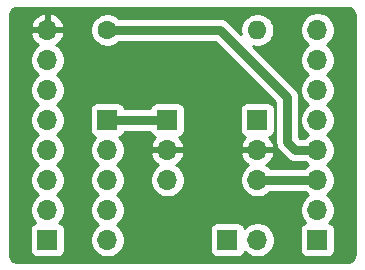
<source format=gbr>
%TF.GenerationSoftware,KiCad,Pcbnew,(5.1.10)-1*%
%TF.CreationDate,2021-09-04T16:11:19-06:00*%
%TF.ProjectId,UselessBox,5573656c-6573-4734-926f-782e6b696361,rev?*%
%TF.SameCoordinates,Original*%
%TF.FileFunction,Copper,L2,Bot*%
%TF.FilePolarity,Positive*%
%FSLAX46Y46*%
G04 Gerber Fmt 4.6, Leading zero omitted, Abs format (unit mm)*
G04 Created by KiCad (PCBNEW (5.1.10)-1) date 2021-09-04 16:11:19*
%MOMM*%
%LPD*%
G01*
G04 APERTURE LIST*
%TA.AperFunction,ComponentPad*%
%ADD10O,1.700000X1.700000*%
%TD*%
%TA.AperFunction,ComponentPad*%
%ADD11R,1.700000X1.700000*%
%TD*%
%TA.AperFunction,ComponentPad*%
%ADD12O,1.600000X1.600000*%
%TD*%
%TA.AperFunction,ComponentPad*%
%ADD13C,1.600000*%
%TD*%
%TA.AperFunction,Conductor*%
%ADD14C,0.762000*%
%TD*%
%TA.AperFunction,Conductor*%
%ADD15C,0.254000*%
%TD*%
%TA.AperFunction,Conductor*%
%ADD16C,0.100000*%
%TD*%
G04 APERTURE END LIST*
D10*
%TO.P,J6,5*%
%TO.N,/D6*%
X43180000Y-88900000D03*
%TO.P,J6,4*%
%TO.N,/D1*%
X43180000Y-86360000D03*
%TO.P,J6,3*%
%TO.N,/D2*%
X43180000Y-83820000D03*
%TO.P,J6,2*%
%TO.N,+3V3*%
X43180000Y-81280000D03*
D11*
%TO.P,J6,1*%
%TO.N,GND*%
X43180000Y-78740000D03*
%TD*%
D12*
%TO.P,R1,2*%
%TO.N,+3V3*%
X55880000Y-71120000D03*
D13*
%TO.P,R1,1*%
%TO.N,/D5*%
X43180000Y-71120000D03*
%TD*%
D10*
%TO.P,J5,8*%
%TO.N,+5V*%
X38100000Y-71120000D03*
%TO.P,J5,7*%
%TO.N,GND*%
X38100000Y-73660000D03*
%TO.P,J5,6*%
%TO.N,/D4*%
X38100000Y-76200000D03*
%TO.P,J5,5*%
%TO.N,/D3*%
X38100000Y-78740000D03*
%TO.P,J5,4*%
%TO.N,/D2*%
X38100000Y-81280000D03*
%TO.P,J5,3*%
%TO.N,/D1*%
X38100000Y-83820000D03*
%TO.P,J5,2*%
%TO.N,/RX*%
X38100000Y-86360000D03*
D11*
%TO.P,J5,1*%
%TO.N,/TX*%
X38100000Y-88900000D03*
%TD*%
D10*
%TO.P,J4,3*%
%TO.N,/D8*%
X48260000Y-83820000D03*
%TO.P,J4,2*%
%TO.N,+5V*%
X48260000Y-81280000D03*
D11*
%TO.P,J4,1*%
%TO.N,GND*%
X48260000Y-78740000D03*
%TD*%
D10*
%TO.P,J3,8*%
%TO.N,+3V3*%
X60960000Y-71120000D03*
%TO.P,J3,7*%
%TO.N,/D8*%
X60960000Y-73660000D03*
%TO.P,J3,6*%
%TO.N,/D7*%
X60960000Y-76200000D03*
%TO.P,J3,5*%
%TO.N,/D6*%
X60960000Y-78740000D03*
%TO.P,J3,4*%
%TO.N,/D5*%
X60960000Y-81280000D03*
%TO.P,J3,3*%
%TO.N,/D0*%
X60960000Y-83820000D03*
%TO.P,J3,2*%
%TO.N,/A0*%
X60960000Y-86360000D03*
D11*
%TO.P,J3,1*%
%TO.N,/RST*%
X60960000Y-88900000D03*
%TD*%
D10*
%TO.P,J2,3*%
%TO.N,/D0*%
X55880000Y-83820000D03*
%TO.P,J2,2*%
%TO.N,+5V*%
X55880000Y-81280000D03*
D11*
%TO.P,J2,1*%
%TO.N,GND*%
X55880000Y-78740000D03*
%TD*%
D10*
%TO.P,J1,2*%
%TO.N,/D5*%
X55880000Y-88900000D03*
D11*
%TO.P,J1,1*%
%TO.N,GND*%
X53340000Y-88900000D03*
%TD*%
D14*
%TO.N,/D5*%
X59055000Y-81280000D02*
X60960000Y-81280000D01*
X58420000Y-80645000D02*
X59055000Y-81280000D01*
X52705000Y-71120000D02*
X58420000Y-76835000D01*
X58420000Y-76835000D02*
X58420000Y-80645000D01*
X43180000Y-71120000D02*
X52705000Y-71120000D01*
%TO.N,GND*%
X43180000Y-78740000D02*
X48260000Y-78740000D01*
%TO.N,/D0*%
X55880000Y-83820000D02*
X60960000Y-83820000D01*
%TD*%
D15*
%TO.N,+5V*%
X63617869Y-69254722D02*
X63731246Y-69288953D01*
X63835819Y-69344555D01*
X63927596Y-69419407D01*
X64003091Y-69510664D01*
X64059419Y-69614844D01*
X64094440Y-69727976D01*
X64110000Y-69876022D01*
X64110001Y-90137711D01*
X64095278Y-90287869D01*
X64061047Y-90401246D01*
X64005446Y-90505817D01*
X63930594Y-90597595D01*
X63839335Y-90673091D01*
X63735160Y-90729419D01*
X63622024Y-90764440D01*
X63473979Y-90780000D01*
X35592279Y-90780000D01*
X35442131Y-90765278D01*
X35328754Y-90731047D01*
X35224183Y-90675446D01*
X35132405Y-90600594D01*
X35056909Y-90509335D01*
X35000581Y-90405160D01*
X34965560Y-90292024D01*
X34950000Y-90143979D01*
X34950000Y-88050000D01*
X36611928Y-88050000D01*
X36611928Y-89750000D01*
X36624188Y-89874482D01*
X36660498Y-89994180D01*
X36719463Y-90104494D01*
X36798815Y-90201185D01*
X36895506Y-90280537D01*
X37005820Y-90339502D01*
X37125518Y-90375812D01*
X37250000Y-90388072D01*
X38950000Y-90388072D01*
X39074482Y-90375812D01*
X39194180Y-90339502D01*
X39304494Y-90280537D01*
X39401185Y-90201185D01*
X39480537Y-90104494D01*
X39539502Y-89994180D01*
X39575812Y-89874482D01*
X39588072Y-89750000D01*
X39588072Y-88050000D01*
X39575812Y-87925518D01*
X39539502Y-87805820D01*
X39480537Y-87695506D01*
X39401185Y-87598815D01*
X39304494Y-87519463D01*
X39194180Y-87460498D01*
X39121620Y-87438487D01*
X39253475Y-87306632D01*
X39415990Y-87063411D01*
X39527932Y-86793158D01*
X39585000Y-86506260D01*
X39585000Y-86213740D01*
X39527932Y-85926842D01*
X39415990Y-85656589D01*
X39253475Y-85413368D01*
X39046632Y-85206525D01*
X38872240Y-85090000D01*
X39046632Y-84973475D01*
X39253475Y-84766632D01*
X39415990Y-84523411D01*
X39527932Y-84253158D01*
X39585000Y-83966260D01*
X39585000Y-83673740D01*
X39527932Y-83386842D01*
X39415990Y-83116589D01*
X39253475Y-82873368D01*
X39046632Y-82666525D01*
X38872240Y-82550000D01*
X39046632Y-82433475D01*
X39253475Y-82226632D01*
X39415990Y-81983411D01*
X39527932Y-81713158D01*
X39585000Y-81426260D01*
X39585000Y-81133740D01*
X39527932Y-80846842D01*
X39415990Y-80576589D01*
X39253475Y-80333368D01*
X39046632Y-80126525D01*
X38872240Y-80010000D01*
X39046632Y-79893475D01*
X39253475Y-79686632D01*
X39415990Y-79443411D01*
X39527932Y-79173158D01*
X39585000Y-78886260D01*
X39585000Y-78593740D01*
X39527932Y-78306842D01*
X39415990Y-78036589D01*
X39318043Y-77890000D01*
X41691928Y-77890000D01*
X41691928Y-79590000D01*
X41704188Y-79714482D01*
X41740498Y-79834180D01*
X41799463Y-79944494D01*
X41878815Y-80041185D01*
X41975506Y-80120537D01*
X42085820Y-80179502D01*
X42158380Y-80201513D01*
X42026525Y-80333368D01*
X41864010Y-80576589D01*
X41752068Y-80846842D01*
X41695000Y-81133740D01*
X41695000Y-81426260D01*
X41752068Y-81713158D01*
X41864010Y-81983411D01*
X42026525Y-82226632D01*
X42233368Y-82433475D01*
X42407760Y-82550000D01*
X42233368Y-82666525D01*
X42026525Y-82873368D01*
X41864010Y-83116589D01*
X41752068Y-83386842D01*
X41695000Y-83673740D01*
X41695000Y-83966260D01*
X41752068Y-84253158D01*
X41864010Y-84523411D01*
X42026525Y-84766632D01*
X42233368Y-84973475D01*
X42407760Y-85090000D01*
X42233368Y-85206525D01*
X42026525Y-85413368D01*
X41864010Y-85656589D01*
X41752068Y-85926842D01*
X41695000Y-86213740D01*
X41695000Y-86506260D01*
X41752068Y-86793158D01*
X41864010Y-87063411D01*
X42026525Y-87306632D01*
X42233368Y-87513475D01*
X42407760Y-87630000D01*
X42233368Y-87746525D01*
X42026525Y-87953368D01*
X41864010Y-88196589D01*
X41752068Y-88466842D01*
X41695000Y-88753740D01*
X41695000Y-89046260D01*
X41752068Y-89333158D01*
X41864010Y-89603411D01*
X42026525Y-89846632D01*
X42233368Y-90053475D01*
X42476589Y-90215990D01*
X42746842Y-90327932D01*
X43033740Y-90385000D01*
X43326260Y-90385000D01*
X43613158Y-90327932D01*
X43883411Y-90215990D01*
X44126632Y-90053475D01*
X44333475Y-89846632D01*
X44495990Y-89603411D01*
X44607932Y-89333158D01*
X44665000Y-89046260D01*
X44665000Y-88753740D01*
X44607932Y-88466842D01*
X44495990Y-88196589D01*
X44398043Y-88050000D01*
X51851928Y-88050000D01*
X51851928Y-89750000D01*
X51864188Y-89874482D01*
X51900498Y-89994180D01*
X51959463Y-90104494D01*
X52038815Y-90201185D01*
X52135506Y-90280537D01*
X52245820Y-90339502D01*
X52365518Y-90375812D01*
X52490000Y-90388072D01*
X54190000Y-90388072D01*
X54314482Y-90375812D01*
X54434180Y-90339502D01*
X54544494Y-90280537D01*
X54641185Y-90201185D01*
X54720537Y-90104494D01*
X54779502Y-89994180D01*
X54801513Y-89921620D01*
X54933368Y-90053475D01*
X55176589Y-90215990D01*
X55446842Y-90327932D01*
X55733740Y-90385000D01*
X56026260Y-90385000D01*
X56313158Y-90327932D01*
X56583411Y-90215990D01*
X56826632Y-90053475D01*
X57033475Y-89846632D01*
X57195990Y-89603411D01*
X57307932Y-89333158D01*
X57365000Y-89046260D01*
X57365000Y-88753740D01*
X57307932Y-88466842D01*
X57195990Y-88196589D01*
X57033475Y-87953368D01*
X56826632Y-87746525D01*
X56583411Y-87584010D01*
X56313158Y-87472068D01*
X56026260Y-87415000D01*
X55733740Y-87415000D01*
X55446842Y-87472068D01*
X55176589Y-87584010D01*
X54933368Y-87746525D01*
X54801513Y-87878380D01*
X54779502Y-87805820D01*
X54720537Y-87695506D01*
X54641185Y-87598815D01*
X54544494Y-87519463D01*
X54434180Y-87460498D01*
X54314482Y-87424188D01*
X54190000Y-87411928D01*
X52490000Y-87411928D01*
X52365518Y-87424188D01*
X52245820Y-87460498D01*
X52135506Y-87519463D01*
X52038815Y-87598815D01*
X51959463Y-87695506D01*
X51900498Y-87805820D01*
X51864188Y-87925518D01*
X51851928Y-88050000D01*
X44398043Y-88050000D01*
X44333475Y-87953368D01*
X44126632Y-87746525D01*
X43952240Y-87630000D01*
X44126632Y-87513475D01*
X44333475Y-87306632D01*
X44495990Y-87063411D01*
X44607932Y-86793158D01*
X44665000Y-86506260D01*
X44665000Y-86213740D01*
X44607932Y-85926842D01*
X44495990Y-85656589D01*
X44333475Y-85413368D01*
X44126632Y-85206525D01*
X43952240Y-85090000D01*
X44126632Y-84973475D01*
X44333475Y-84766632D01*
X44495990Y-84523411D01*
X44607932Y-84253158D01*
X44665000Y-83966260D01*
X44665000Y-83673740D01*
X46775000Y-83673740D01*
X46775000Y-83966260D01*
X46832068Y-84253158D01*
X46944010Y-84523411D01*
X47106525Y-84766632D01*
X47313368Y-84973475D01*
X47556589Y-85135990D01*
X47826842Y-85247932D01*
X48113740Y-85305000D01*
X48406260Y-85305000D01*
X48693158Y-85247932D01*
X48963411Y-85135990D01*
X49206632Y-84973475D01*
X49413475Y-84766632D01*
X49575990Y-84523411D01*
X49687932Y-84253158D01*
X49745000Y-83966260D01*
X49745000Y-83673740D01*
X49687932Y-83386842D01*
X49575990Y-83116589D01*
X49413475Y-82873368D01*
X49206632Y-82666525D01*
X49024466Y-82544805D01*
X49141355Y-82475178D01*
X49357588Y-82280269D01*
X49531641Y-82046920D01*
X49656825Y-81784099D01*
X49701476Y-81636890D01*
X49580155Y-81407000D01*
X48387000Y-81407000D01*
X48387000Y-81427000D01*
X48133000Y-81427000D01*
X48133000Y-81407000D01*
X46939845Y-81407000D01*
X46818524Y-81636890D01*
X46863175Y-81784099D01*
X46988359Y-82046920D01*
X47162412Y-82280269D01*
X47378645Y-82475178D01*
X47495534Y-82544805D01*
X47313368Y-82666525D01*
X47106525Y-82873368D01*
X46944010Y-83116589D01*
X46832068Y-83386842D01*
X46775000Y-83673740D01*
X44665000Y-83673740D01*
X44607932Y-83386842D01*
X44495990Y-83116589D01*
X44333475Y-82873368D01*
X44126632Y-82666525D01*
X43952240Y-82550000D01*
X44126632Y-82433475D01*
X44333475Y-82226632D01*
X44495990Y-81983411D01*
X44607932Y-81713158D01*
X44665000Y-81426260D01*
X44665000Y-81133740D01*
X44607932Y-80846842D01*
X44495990Y-80576589D01*
X44333475Y-80333368D01*
X44201620Y-80201513D01*
X44274180Y-80179502D01*
X44384494Y-80120537D01*
X44481185Y-80041185D01*
X44560537Y-79944494D01*
X44619502Y-79834180D01*
X44643218Y-79756000D01*
X46796782Y-79756000D01*
X46820498Y-79834180D01*
X46879463Y-79944494D01*
X46958815Y-80041185D01*
X47055506Y-80120537D01*
X47165820Y-80179502D01*
X47246466Y-80203966D01*
X47162412Y-80279731D01*
X46988359Y-80513080D01*
X46863175Y-80775901D01*
X46818524Y-80923110D01*
X46939845Y-81153000D01*
X48133000Y-81153000D01*
X48133000Y-81133000D01*
X48387000Y-81133000D01*
X48387000Y-81153000D01*
X49580155Y-81153000D01*
X49701476Y-80923110D01*
X49656825Y-80775901D01*
X49531641Y-80513080D01*
X49357588Y-80279731D01*
X49273534Y-80203966D01*
X49354180Y-80179502D01*
X49464494Y-80120537D01*
X49561185Y-80041185D01*
X49640537Y-79944494D01*
X49699502Y-79834180D01*
X49735812Y-79714482D01*
X49748072Y-79590000D01*
X49748072Y-77890000D01*
X54391928Y-77890000D01*
X54391928Y-79590000D01*
X54404188Y-79714482D01*
X54440498Y-79834180D01*
X54499463Y-79944494D01*
X54578815Y-80041185D01*
X54675506Y-80120537D01*
X54785820Y-80179502D01*
X54866466Y-80203966D01*
X54782412Y-80279731D01*
X54608359Y-80513080D01*
X54483175Y-80775901D01*
X54438524Y-80923110D01*
X54559845Y-81153000D01*
X55753000Y-81153000D01*
X55753000Y-81133000D01*
X56007000Y-81133000D01*
X56007000Y-81153000D01*
X57200155Y-81153000D01*
X57321476Y-80923110D01*
X57276825Y-80775901D01*
X57151641Y-80513080D01*
X56977588Y-80279731D01*
X56893534Y-80203966D01*
X56974180Y-80179502D01*
X57084494Y-80120537D01*
X57181185Y-80041185D01*
X57260537Y-79944494D01*
X57319502Y-79834180D01*
X57355812Y-79714482D01*
X57368072Y-79590000D01*
X57368072Y-77890000D01*
X57355812Y-77765518D01*
X57319502Y-77645820D01*
X57260537Y-77535506D01*
X57181185Y-77438815D01*
X57084494Y-77359463D01*
X56974180Y-77300498D01*
X56854482Y-77264188D01*
X56730000Y-77251928D01*
X55030000Y-77251928D01*
X54905518Y-77264188D01*
X54785820Y-77300498D01*
X54675506Y-77359463D01*
X54578815Y-77438815D01*
X54499463Y-77535506D01*
X54440498Y-77645820D01*
X54404188Y-77765518D01*
X54391928Y-77890000D01*
X49748072Y-77890000D01*
X49735812Y-77765518D01*
X49699502Y-77645820D01*
X49640537Y-77535506D01*
X49561185Y-77438815D01*
X49464494Y-77359463D01*
X49354180Y-77300498D01*
X49234482Y-77264188D01*
X49110000Y-77251928D01*
X47410000Y-77251928D01*
X47285518Y-77264188D01*
X47165820Y-77300498D01*
X47055506Y-77359463D01*
X46958815Y-77438815D01*
X46879463Y-77535506D01*
X46820498Y-77645820D01*
X46796782Y-77724000D01*
X44643218Y-77724000D01*
X44619502Y-77645820D01*
X44560537Y-77535506D01*
X44481185Y-77438815D01*
X44384494Y-77359463D01*
X44274180Y-77300498D01*
X44154482Y-77264188D01*
X44030000Y-77251928D01*
X42330000Y-77251928D01*
X42205518Y-77264188D01*
X42085820Y-77300498D01*
X41975506Y-77359463D01*
X41878815Y-77438815D01*
X41799463Y-77535506D01*
X41740498Y-77645820D01*
X41704188Y-77765518D01*
X41691928Y-77890000D01*
X39318043Y-77890000D01*
X39253475Y-77793368D01*
X39046632Y-77586525D01*
X38872240Y-77470000D01*
X39046632Y-77353475D01*
X39253475Y-77146632D01*
X39415990Y-76903411D01*
X39527932Y-76633158D01*
X39585000Y-76346260D01*
X39585000Y-76053740D01*
X39527932Y-75766842D01*
X39415990Y-75496589D01*
X39253475Y-75253368D01*
X39046632Y-75046525D01*
X38872240Y-74930000D01*
X39046632Y-74813475D01*
X39253475Y-74606632D01*
X39415990Y-74363411D01*
X39527932Y-74093158D01*
X39585000Y-73806260D01*
X39585000Y-73513740D01*
X39527932Y-73226842D01*
X39415990Y-72956589D01*
X39253475Y-72713368D01*
X39046632Y-72506525D01*
X38864466Y-72384805D01*
X38981355Y-72315178D01*
X39197588Y-72120269D01*
X39371641Y-71886920D01*
X39496825Y-71624099D01*
X39541476Y-71476890D01*
X39420155Y-71247000D01*
X38227000Y-71247000D01*
X38227000Y-71267000D01*
X37973000Y-71267000D01*
X37973000Y-71247000D01*
X36779845Y-71247000D01*
X36658524Y-71476890D01*
X36703175Y-71624099D01*
X36828359Y-71886920D01*
X37002412Y-72120269D01*
X37218645Y-72315178D01*
X37335534Y-72384805D01*
X37153368Y-72506525D01*
X36946525Y-72713368D01*
X36784010Y-72956589D01*
X36672068Y-73226842D01*
X36615000Y-73513740D01*
X36615000Y-73806260D01*
X36672068Y-74093158D01*
X36784010Y-74363411D01*
X36946525Y-74606632D01*
X37153368Y-74813475D01*
X37327760Y-74930000D01*
X37153368Y-75046525D01*
X36946525Y-75253368D01*
X36784010Y-75496589D01*
X36672068Y-75766842D01*
X36615000Y-76053740D01*
X36615000Y-76346260D01*
X36672068Y-76633158D01*
X36784010Y-76903411D01*
X36946525Y-77146632D01*
X37153368Y-77353475D01*
X37327760Y-77470000D01*
X37153368Y-77586525D01*
X36946525Y-77793368D01*
X36784010Y-78036589D01*
X36672068Y-78306842D01*
X36615000Y-78593740D01*
X36615000Y-78886260D01*
X36672068Y-79173158D01*
X36784010Y-79443411D01*
X36946525Y-79686632D01*
X37153368Y-79893475D01*
X37327760Y-80010000D01*
X37153368Y-80126525D01*
X36946525Y-80333368D01*
X36784010Y-80576589D01*
X36672068Y-80846842D01*
X36615000Y-81133740D01*
X36615000Y-81426260D01*
X36672068Y-81713158D01*
X36784010Y-81983411D01*
X36946525Y-82226632D01*
X37153368Y-82433475D01*
X37327760Y-82550000D01*
X37153368Y-82666525D01*
X36946525Y-82873368D01*
X36784010Y-83116589D01*
X36672068Y-83386842D01*
X36615000Y-83673740D01*
X36615000Y-83966260D01*
X36672068Y-84253158D01*
X36784010Y-84523411D01*
X36946525Y-84766632D01*
X37153368Y-84973475D01*
X37327760Y-85090000D01*
X37153368Y-85206525D01*
X36946525Y-85413368D01*
X36784010Y-85656589D01*
X36672068Y-85926842D01*
X36615000Y-86213740D01*
X36615000Y-86506260D01*
X36672068Y-86793158D01*
X36784010Y-87063411D01*
X36946525Y-87306632D01*
X37078380Y-87438487D01*
X37005820Y-87460498D01*
X36895506Y-87519463D01*
X36798815Y-87598815D01*
X36719463Y-87695506D01*
X36660498Y-87805820D01*
X36624188Y-87925518D01*
X36611928Y-88050000D01*
X34950000Y-88050000D01*
X34950000Y-70763110D01*
X36658524Y-70763110D01*
X36779845Y-70993000D01*
X37973000Y-70993000D01*
X37973000Y-69799186D01*
X38227000Y-69799186D01*
X38227000Y-70993000D01*
X39420155Y-70993000D01*
X39427720Y-70978665D01*
X41745000Y-70978665D01*
X41745000Y-71261335D01*
X41800147Y-71538574D01*
X41908320Y-71799727D01*
X42065363Y-72034759D01*
X42265241Y-72234637D01*
X42500273Y-72391680D01*
X42761426Y-72499853D01*
X43038665Y-72555000D01*
X43321335Y-72555000D01*
X43598574Y-72499853D01*
X43859727Y-72391680D01*
X44094759Y-72234637D01*
X44193396Y-72136000D01*
X52284160Y-72136000D01*
X57404000Y-77255841D01*
X57404001Y-80595088D01*
X57399085Y-80645000D01*
X57418702Y-80844170D01*
X57442649Y-80923110D01*
X57476799Y-81035687D01*
X57571141Y-81212190D01*
X57698105Y-81366896D01*
X57736868Y-81398708D01*
X58301287Y-81963127D01*
X58333104Y-82001896D01*
X58487810Y-82128860D01*
X58664313Y-82223202D01*
X58855829Y-82281298D01*
X59055000Y-82300915D01*
X59104902Y-82296000D01*
X59875893Y-82296000D01*
X60013368Y-82433475D01*
X60187760Y-82550000D01*
X60013368Y-82666525D01*
X59875893Y-82804000D01*
X56964107Y-82804000D01*
X56826632Y-82666525D01*
X56644466Y-82544805D01*
X56761355Y-82475178D01*
X56977588Y-82280269D01*
X57151641Y-82046920D01*
X57276825Y-81784099D01*
X57321476Y-81636890D01*
X57200155Y-81407000D01*
X56007000Y-81407000D01*
X56007000Y-81427000D01*
X55753000Y-81427000D01*
X55753000Y-81407000D01*
X54559845Y-81407000D01*
X54438524Y-81636890D01*
X54483175Y-81784099D01*
X54608359Y-82046920D01*
X54782412Y-82280269D01*
X54998645Y-82475178D01*
X55115534Y-82544805D01*
X54933368Y-82666525D01*
X54726525Y-82873368D01*
X54564010Y-83116589D01*
X54452068Y-83386842D01*
X54395000Y-83673740D01*
X54395000Y-83966260D01*
X54452068Y-84253158D01*
X54564010Y-84523411D01*
X54726525Y-84766632D01*
X54933368Y-84973475D01*
X55176589Y-85135990D01*
X55446842Y-85247932D01*
X55733740Y-85305000D01*
X56026260Y-85305000D01*
X56313158Y-85247932D01*
X56583411Y-85135990D01*
X56826632Y-84973475D01*
X56964107Y-84836000D01*
X59875893Y-84836000D01*
X60013368Y-84973475D01*
X60187760Y-85090000D01*
X60013368Y-85206525D01*
X59806525Y-85413368D01*
X59644010Y-85656589D01*
X59532068Y-85926842D01*
X59475000Y-86213740D01*
X59475000Y-86506260D01*
X59532068Y-86793158D01*
X59644010Y-87063411D01*
X59806525Y-87306632D01*
X59938380Y-87438487D01*
X59865820Y-87460498D01*
X59755506Y-87519463D01*
X59658815Y-87598815D01*
X59579463Y-87695506D01*
X59520498Y-87805820D01*
X59484188Y-87925518D01*
X59471928Y-88050000D01*
X59471928Y-89750000D01*
X59484188Y-89874482D01*
X59520498Y-89994180D01*
X59579463Y-90104494D01*
X59658815Y-90201185D01*
X59755506Y-90280537D01*
X59865820Y-90339502D01*
X59985518Y-90375812D01*
X60110000Y-90388072D01*
X61810000Y-90388072D01*
X61934482Y-90375812D01*
X62054180Y-90339502D01*
X62164494Y-90280537D01*
X62261185Y-90201185D01*
X62340537Y-90104494D01*
X62399502Y-89994180D01*
X62435812Y-89874482D01*
X62448072Y-89750000D01*
X62448072Y-88050000D01*
X62435812Y-87925518D01*
X62399502Y-87805820D01*
X62340537Y-87695506D01*
X62261185Y-87598815D01*
X62164494Y-87519463D01*
X62054180Y-87460498D01*
X61981620Y-87438487D01*
X62113475Y-87306632D01*
X62275990Y-87063411D01*
X62387932Y-86793158D01*
X62445000Y-86506260D01*
X62445000Y-86213740D01*
X62387932Y-85926842D01*
X62275990Y-85656589D01*
X62113475Y-85413368D01*
X61906632Y-85206525D01*
X61732240Y-85090000D01*
X61906632Y-84973475D01*
X62113475Y-84766632D01*
X62275990Y-84523411D01*
X62387932Y-84253158D01*
X62445000Y-83966260D01*
X62445000Y-83673740D01*
X62387932Y-83386842D01*
X62275990Y-83116589D01*
X62113475Y-82873368D01*
X61906632Y-82666525D01*
X61732240Y-82550000D01*
X61906632Y-82433475D01*
X62113475Y-82226632D01*
X62275990Y-81983411D01*
X62387932Y-81713158D01*
X62445000Y-81426260D01*
X62445000Y-81133740D01*
X62387932Y-80846842D01*
X62275990Y-80576589D01*
X62113475Y-80333368D01*
X61906632Y-80126525D01*
X61732240Y-80010000D01*
X61906632Y-79893475D01*
X62113475Y-79686632D01*
X62275990Y-79443411D01*
X62387932Y-79173158D01*
X62445000Y-78886260D01*
X62445000Y-78593740D01*
X62387932Y-78306842D01*
X62275990Y-78036589D01*
X62113475Y-77793368D01*
X61906632Y-77586525D01*
X61732240Y-77470000D01*
X61906632Y-77353475D01*
X62113475Y-77146632D01*
X62275990Y-76903411D01*
X62387932Y-76633158D01*
X62445000Y-76346260D01*
X62445000Y-76053740D01*
X62387932Y-75766842D01*
X62275990Y-75496589D01*
X62113475Y-75253368D01*
X61906632Y-75046525D01*
X61732240Y-74930000D01*
X61906632Y-74813475D01*
X62113475Y-74606632D01*
X62275990Y-74363411D01*
X62387932Y-74093158D01*
X62445000Y-73806260D01*
X62445000Y-73513740D01*
X62387932Y-73226842D01*
X62275990Y-72956589D01*
X62113475Y-72713368D01*
X61906632Y-72506525D01*
X61732240Y-72390000D01*
X61906632Y-72273475D01*
X62113475Y-72066632D01*
X62275990Y-71823411D01*
X62387932Y-71553158D01*
X62445000Y-71266260D01*
X62445000Y-70973740D01*
X62387932Y-70686842D01*
X62275990Y-70416589D01*
X62113475Y-70173368D01*
X61906632Y-69966525D01*
X61663411Y-69804010D01*
X61393158Y-69692068D01*
X61106260Y-69635000D01*
X60813740Y-69635000D01*
X60526842Y-69692068D01*
X60256589Y-69804010D01*
X60013368Y-69966525D01*
X59806525Y-70173368D01*
X59644010Y-70416589D01*
X59532068Y-70686842D01*
X59475000Y-70973740D01*
X59475000Y-71266260D01*
X59532068Y-71553158D01*
X59644010Y-71823411D01*
X59806525Y-72066632D01*
X60013368Y-72273475D01*
X60187760Y-72390000D01*
X60013368Y-72506525D01*
X59806525Y-72713368D01*
X59644010Y-72956589D01*
X59532068Y-73226842D01*
X59475000Y-73513740D01*
X59475000Y-73806260D01*
X59532068Y-74093158D01*
X59644010Y-74363411D01*
X59806525Y-74606632D01*
X60013368Y-74813475D01*
X60187760Y-74930000D01*
X60013368Y-75046525D01*
X59806525Y-75253368D01*
X59644010Y-75496589D01*
X59532068Y-75766842D01*
X59475000Y-76053740D01*
X59475000Y-76346260D01*
X59532068Y-76633158D01*
X59644010Y-76903411D01*
X59806525Y-77146632D01*
X60013368Y-77353475D01*
X60187760Y-77470000D01*
X60013368Y-77586525D01*
X59806525Y-77793368D01*
X59644010Y-78036589D01*
X59532068Y-78306842D01*
X59475000Y-78593740D01*
X59475000Y-78886260D01*
X59532068Y-79173158D01*
X59644010Y-79443411D01*
X59806525Y-79686632D01*
X60013368Y-79893475D01*
X60187760Y-80010000D01*
X60013368Y-80126525D01*
X59875893Y-80264000D01*
X59475840Y-80264000D01*
X59436000Y-80224160D01*
X59436000Y-76884902D01*
X59440915Y-76835000D01*
X59421298Y-76635829D01*
X59363202Y-76444313D01*
X59268860Y-76267810D01*
X59173706Y-76151865D01*
X59141896Y-76113104D01*
X59103133Y-76081292D01*
X55536658Y-72514818D01*
X55738665Y-72555000D01*
X56021335Y-72555000D01*
X56298574Y-72499853D01*
X56559727Y-72391680D01*
X56794759Y-72234637D01*
X56994637Y-72034759D01*
X57151680Y-71799727D01*
X57259853Y-71538574D01*
X57315000Y-71261335D01*
X57315000Y-70978665D01*
X57259853Y-70701426D01*
X57151680Y-70440273D01*
X56994637Y-70205241D01*
X56794759Y-70005363D01*
X56559727Y-69848320D01*
X56298574Y-69740147D01*
X56021335Y-69685000D01*
X55738665Y-69685000D01*
X55461426Y-69740147D01*
X55200273Y-69848320D01*
X54965241Y-70005363D01*
X54765363Y-70205241D01*
X54608320Y-70440273D01*
X54500147Y-70701426D01*
X54445000Y-70978665D01*
X54445000Y-71261335D01*
X54485182Y-71463342D01*
X53458712Y-70436872D01*
X53426896Y-70398104D01*
X53272190Y-70271140D01*
X53095687Y-70176798D01*
X52904171Y-70118702D01*
X52754902Y-70104000D01*
X52705000Y-70099085D01*
X52655098Y-70104000D01*
X44193396Y-70104000D01*
X44094759Y-70005363D01*
X43859727Y-69848320D01*
X43598574Y-69740147D01*
X43321335Y-69685000D01*
X43038665Y-69685000D01*
X42761426Y-69740147D01*
X42500273Y-69848320D01*
X42265241Y-70005363D01*
X42065363Y-70205241D01*
X41908320Y-70440273D01*
X41800147Y-70701426D01*
X41745000Y-70978665D01*
X39427720Y-70978665D01*
X39541476Y-70763110D01*
X39496825Y-70615901D01*
X39371641Y-70353080D01*
X39197588Y-70119731D01*
X38981355Y-69924822D01*
X38731252Y-69775843D01*
X38456891Y-69678519D01*
X38227000Y-69799186D01*
X37973000Y-69799186D01*
X37743109Y-69678519D01*
X37468748Y-69775843D01*
X37218645Y-69924822D01*
X37002412Y-70119731D01*
X36828359Y-70353080D01*
X36703175Y-70615901D01*
X36658524Y-70763110D01*
X34950000Y-70763110D01*
X34950000Y-69882279D01*
X34964722Y-69732131D01*
X34998953Y-69618754D01*
X35054555Y-69514181D01*
X35129407Y-69422404D01*
X35220664Y-69346909D01*
X35324844Y-69290581D01*
X35437976Y-69255560D01*
X35586022Y-69240000D01*
X63467721Y-69240000D01*
X63617869Y-69254722D01*
%TA.AperFunction,Conductor*%
D16*
G36*
X63617869Y-69254722D02*
G01*
X63731246Y-69288953D01*
X63835819Y-69344555D01*
X63927596Y-69419407D01*
X64003091Y-69510664D01*
X64059419Y-69614844D01*
X64094440Y-69727976D01*
X64110000Y-69876022D01*
X64110001Y-90137711D01*
X64095278Y-90287869D01*
X64061047Y-90401246D01*
X64005446Y-90505817D01*
X63930594Y-90597595D01*
X63839335Y-90673091D01*
X63735160Y-90729419D01*
X63622024Y-90764440D01*
X63473979Y-90780000D01*
X35592279Y-90780000D01*
X35442131Y-90765278D01*
X35328754Y-90731047D01*
X35224183Y-90675446D01*
X35132405Y-90600594D01*
X35056909Y-90509335D01*
X35000581Y-90405160D01*
X34965560Y-90292024D01*
X34950000Y-90143979D01*
X34950000Y-88050000D01*
X36611928Y-88050000D01*
X36611928Y-89750000D01*
X36624188Y-89874482D01*
X36660498Y-89994180D01*
X36719463Y-90104494D01*
X36798815Y-90201185D01*
X36895506Y-90280537D01*
X37005820Y-90339502D01*
X37125518Y-90375812D01*
X37250000Y-90388072D01*
X38950000Y-90388072D01*
X39074482Y-90375812D01*
X39194180Y-90339502D01*
X39304494Y-90280537D01*
X39401185Y-90201185D01*
X39480537Y-90104494D01*
X39539502Y-89994180D01*
X39575812Y-89874482D01*
X39588072Y-89750000D01*
X39588072Y-88050000D01*
X39575812Y-87925518D01*
X39539502Y-87805820D01*
X39480537Y-87695506D01*
X39401185Y-87598815D01*
X39304494Y-87519463D01*
X39194180Y-87460498D01*
X39121620Y-87438487D01*
X39253475Y-87306632D01*
X39415990Y-87063411D01*
X39527932Y-86793158D01*
X39585000Y-86506260D01*
X39585000Y-86213740D01*
X39527932Y-85926842D01*
X39415990Y-85656589D01*
X39253475Y-85413368D01*
X39046632Y-85206525D01*
X38872240Y-85090000D01*
X39046632Y-84973475D01*
X39253475Y-84766632D01*
X39415990Y-84523411D01*
X39527932Y-84253158D01*
X39585000Y-83966260D01*
X39585000Y-83673740D01*
X39527932Y-83386842D01*
X39415990Y-83116589D01*
X39253475Y-82873368D01*
X39046632Y-82666525D01*
X38872240Y-82550000D01*
X39046632Y-82433475D01*
X39253475Y-82226632D01*
X39415990Y-81983411D01*
X39527932Y-81713158D01*
X39585000Y-81426260D01*
X39585000Y-81133740D01*
X39527932Y-80846842D01*
X39415990Y-80576589D01*
X39253475Y-80333368D01*
X39046632Y-80126525D01*
X38872240Y-80010000D01*
X39046632Y-79893475D01*
X39253475Y-79686632D01*
X39415990Y-79443411D01*
X39527932Y-79173158D01*
X39585000Y-78886260D01*
X39585000Y-78593740D01*
X39527932Y-78306842D01*
X39415990Y-78036589D01*
X39318043Y-77890000D01*
X41691928Y-77890000D01*
X41691928Y-79590000D01*
X41704188Y-79714482D01*
X41740498Y-79834180D01*
X41799463Y-79944494D01*
X41878815Y-80041185D01*
X41975506Y-80120537D01*
X42085820Y-80179502D01*
X42158380Y-80201513D01*
X42026525Y-80333368D01*
X41864010Y-80576589D01*
X41752068Y-80846842D01*
X41695000Y-81133740D01*
X41695000Y-81426260D01*
X41752068Y-81713158D01*
X41864010Y-81983411D01*
X42026525Y-82226632D01*
X42233368Y-82433475D01*
X42407760Y-82550000D01*
X42233368Y-82666525D01*
X42026525Y-82873368D01*
X41864010Y-83116589D01*
X41752068Y-83386842D01*
X41695000Y-83673740D01*
X41695000Y-83966260D01*
X41752068Y-84253158D01*
X41864010Y-84523411D01*
X42026525Y-84766632D01*
X42233368Y-84973475D01*
X42407760Y-85090000D01*
X42233368Y-85206525D01*
X42026525Y-85413368D01*
X41864010Y-85656589D01*
X41752068Y-85926842D01*
X41695000Y-86213740D01*
X41695000Y-86506260D01*
X41752068Y-86793158D01*
X41864010Y-87063411D01*
X42026525Y-87306632D01*
X42233368Y-87513475D01*
X42407760Y-87630000D01*
X42233368Y-87746525D01*
X42026525Y-87953368D01*
X41864010Y-88196589D01*
X41752068Y-88466842D01*
X41695000Y-88753740D01*
X41695000Y-89046260D01*
X41752068Y-89333158D01*
X41864010Y-89603411D01*
X42026525Y-89846632D01*
X42233368Y-90053475D01*
X42476589Y-90215990D01*
X42746842Y-90327932D01*
X43033740Y-90385000D01*
X43326260Y-90385000D01*
X43613158Y-90327932D01*
X43883411Y-90215990D01*
X44126632Y-90053475D01*
X44333475Y-89846632D01*
X44495990Y-89603411D01*
X44607932Y-89333158D01*
X44665000Y-89046260D01*
X44665000Y-88753740D01*
X44607932Y-88466842D01*
X44495990Y-88196589D01*
X44398043Y-88050000D01*
X51851928Y-88050000D01*
X51851928Y-89750000D01*
X51864188Y-89874482D01*
X51900498Y-89994180D01*
X51959463Y-90104494D01*
X52038815Y-90201185D01*
X52135506Y-90280537D01*
X52245820Y-90339502D01*
X52365518Y-90375812D01*
X52490000Y-90388072D01*
X54190000Y-90388072D01*
X54314482Y-90375812D01*
X54434180Y-90339502D01*
X54544494Y-90280537D01*
X54641185Y-90201185D01*
X54720537Y-90104494D01*
X54779502Y-89994180D01*
X54801513Y-89921620D01*
X54933368Y-90053475D01*
X55176589Y-90215990D01*
X55446842Y-90327932D01*
X55733740Y-90385000D01*
X56026260Y-90385000D01*
X56313158Y-90327932D01*
X56583411Y-90215990D01*
X56826632Y-90053475D01*
X57033475Y-89846632D01*
X57195990Y-89603411D01*
X57307932Y-89333158D01*
X57365000Y-89046260D01*
X57365000Y-88753740D01*
X57307932Y-88466842D01*
X57195990Y-88196589D01*
X57033475Y-87953368D01*
X56826632Y-87746525D01*
X56583411Y-87584010D01*
X56313158Y-87472068D01*
X56026260Y-87415000D01*
X55733740Y-87415000D01*
X55446842Y-87472068D01*
X55176589Y-87584010D01*
X54933368Y-87746525D01*
X54801513Y-87878380D01*
X54779502Y-87805820D01*
X54720537Y-87695506D01*
X54641185Y-87598815D01*
X54544494Y-87519463D01*
X54434180Y-87460498D01*
X54314482Y-87424188D01*
X54190000Y-87411928D01*
X52490000Y-87411928D01*
X52365518Y-87424188D01*
X52245820Y-87460498D01*
X52135506Y-87519463D01*
X52038815Y-87598815D01*
X51959463Y-87695506D01*
X51900498Y-87805820D01*
X51864188Y-87925518D01*
X51851928Y-88050000D01*
X44398043Y-88050000D01*
X44333475Y-87953368D01*
X44126632Y-87746525D01*
X43952240Y-87630000D01*
X44126632Y-87513475D01*
X44333475Y-87306632D01*
X44495990Y-87063411D01*
X44607932Y-86793158D01*
X44665000Y-86506260D01*
X44665000Y-86213740D01*
X44607932Y-85926842D01*
X44495990Y-85656589D01*
X44333475Y-85413368D01*
X44126632Y-85206525D01*
X43952240Y-85090000D01*
X44126632Y-84973475D01*
X44333475Y-84766632D01*
X44495990Y-84523411D01*
X44607932Y-84253158D01*
X44665000Y-83966260D01*
X44665000Y-83673740D01*
X46775000Y-83673740D01*
X46775000Y-83966260D01*
X46832068Y-84253158D01*
X46944010Y-84523411D01*
X47106525Y-84766632D01*
X47313368Y-84973475D01*
X47556589Y-85135990D01*
X47826842Y-85247932D01*
X48113740Y-85305000D01*
X48406260Y-85305000D01*
X48693158Y-85247932D01*
X48963411Y-85135990D01*
X49206632Y-84973475D01*
X49413475Y-84766632D01*
X49575990Y-84523411D01*
X49687932Y-84253158D01*
X49745000Y-83966260D01*
X49745000Y-83673740D01*
X49687932Y-83386842D01*
X49575990Y-83116589D01*
X49413475Y-82873368D01*
X49206632Y-82666525D01*
X49024466Y-82544805D01*
X49141355Y-82475178D01*
X49357588Y-82280269D01*
X49531641Y-82046920D01*
X49656825Y-81784099D01*
X49701476Y-81636890D01*
X49580155Y-81407000D01*
X48387000Y-81407000D01*
X48387000Y-81427000D01*
X48133000Y-81427000D01*
X48133000Y-81407000D01*
X46939845Y-81407000D01*
X46818524Y-81636890D01*
X46863175Y-81784099D01*
X46988359Y-82046920D01*
X47162412Y-82280269D01*
X47378645Y-82475178D01*
X47495534Y-82544805D01*
X47313368Y-82666525D01*
X47106525Y-82873368D01*
X46944010Y-83116589D01*
X46832068Y-83386842D01*
X46775000Y-83673740D01*
X44665000Y-83673740D01*
X44607932Y-83386842D01*
X44495990Y-83116589D01*
X44333475Y-82873368D01*
X44126632Y-82666525D01*
X43952240Y-82550000D01*
X44126632Y-82433475D01*
X44333475Y-82226632D01*
X44495990Y-81983411D01*
X44607932Y-81713158D01*
X44665000Y-81426260D01*
X44665000Y-81133740D01*
X44607932Y-80846842D01*
X44495990Y-80576589D01*
X44333475Y-80333368D01*
X44201620Y-80201513D01*
X44274180Y-80179502D01*
X44384494Y-80120537D01*
X44481185Y-80041185D01*
X44560537Y-79944494D01*
X44619502Y-79834180D01*
X44643218Y-79756000D01*
X46796782Y-79756000D01*
X46820498Y-79834180D01*
X46879463Y-79944494D01*
X46958815Y-80041185D01*
X47055506Y-80120537D01*
X47165820Y-80179502D01*
X47246466Y-80203966D01*
X47162412Y-80279731D01*
X46988359Y-80513080D01*
X46863175Y-80775901D01*
X46818524Y-80923110D01*
X46939845Y-81153000D01*
X48133000Y-81153000D01*
X48133000Y-81133000D01*
X48387000Y-81133000D01*
X48387000Y-81153000D01*
X49580155Y-81153000D01*
X49701476Y-80923110D01*
X49656825Y-80775901D01*
X49531641Y-80513080D01*
X49357588Y-80279731D01*
X49273534Y-80203966D01*
X49354180Y-80179502D01*
X49464494Y-80120537D01*
X49561185Y-80041185D01*
X49640537Y-79944494D01*
X49699502Y-79834180D01*
X49735812Y-79714482D01*
X49748072Y-79590000D01*
X49748072Y-77890000D01*
X54391928Y-77890000D01*
X54391928Y-79590000D01*
X54404188Y-79714482D01*
X54440498Y-79834180D01*
X54499463Y-79944494D01*
X54578815Y-80041185D01*
X54675506Y-80120537D01*
X54785820Y-80179502D01*
X54866466Y-80203966D01*
X54782412Y-80279731D01*
X54608359Y-80513080D01*
X54483175Y-80775901D01*
X54438524Y-80923110D01*
X54559845Y-81153000D01*
X55753000Y-81153000D01*
X55753000Y-81133000D01*
X56007000Y-81133000D01*
X56007000Y-81153000D01*
X57200155Y-81153000D01*
X57321476Y-80923110D01*
X57276825Y-80775901D01*
X57151641Y-80513080D01*
X56977588Y-80279731D01*
X56893534Y-80203966D01*
X56974180Y-80179502D01*
X57084494Y-80120537D01*
X57181185Y-80041185D01*
X57260537Y-79944494D01*
X57319502Y-79834180D01*
X57355812Y-79714482D01*
X57368072Y-79590000D01*
X57368072Y-77890000D01*
X57355812Y-77765518D01*
X57319502Y-77645820D01*
X57260537Y-77535506D01*
X57181185Y-77438815D01*
X57084494Y-77359463D01*
X56974180Y-77300498D01*
X56854482Y-77264188D01*
X56730000Y-77251928D01*
X55030000Y-77251928D01*
X54905518Y-77264188D01*
X54785820Y-77300498D01*
X54675506Y-77359463D01*
X54578815Y-77438815D01*
X54499463Y-77535506D01*
X54440498Y-77645820D01*
X54404188Y-77765518D01*
X54391928Y-77890000D01*
X49748072Y-77890000D01*
X49735812Y-77765518D01*
X49699502Y-77645820D01*
X49640537Y-77535506D01*
X49561185Y-77438815D01*
X49464494Y-77359463D01*
X49354180Y-77300498D01*
X49234482Y-77264188D01*
X49110000Y-77251928D01*
X47410000Y-77251928D01*
X47285518Y-77264188D01*
X47165820Y-77300498D01*
X47055506Y-77359463D01*
X46958815Y-77438815D01*
X46879463Y-77535506D01*
X46820498Y-77645820D01*
X46796782Y-77724000D01*
X44643218Y-77724000D01*
X44619502Y-77645820D01*
X44560537Y-77535506D01*
X44481185Y-77438815D01*
X44384494Y-77359463D01*
X44274180Y-77300498D01*
X44154482Y-77264188D01*
X44030000Y-77251928D01*
X42330000Y-77251928D01*
X42205518Y-77264188D01*
X42085820Y-77300498D01*
X41975506Y-77359463D01*
X41878815Y-77438815D01*
X41799463Y-77535506D01*
X41740498Y-77645820D01*
X41704188Y-77765518D01*
X41691928Y-77890000D01*
X39318043Y-77890000D01*
X39253475Y-77793368D01*
X39046632Y-77586525D01*
X38872240Y-77470000D01*
X39046632Y-77353475D01*
X39253475Y-77146632D01*
X39415990Y-76903411D01*
X39527932Y-76633158D01*
X39585000Y-76346260D01*
X39585000Y-76053740D01*
X39527932Y-75766842D01*
X39415990Y-75496589D01*
X39253475Y-75253368D01*
X39046632Y-75046525D01*
X38872240Y-74930000D01*
X39046632Y-74813475D01*
X39253475Y-74606632D01*
X39415990Y-74363411D01*
X39527932Y-74093158D01*
X39585000Y-73806260D01*
X39585000Y-73513740D01*
X39527932Y-73226842D01*
X39415990Y-72956589D01*
X39253475Y-72713368D01*
X39046632Y-72506525D01*
X38864466Y-72384805D01*
X38981355Y-72315178D01*
X39197588Y-72120269D01*
X39371641Y-71886920D01*
X39496825Y-71624099D01*
X39541476Y-71476890D01*
X39420155Y-71247000D01*
X38227000Y-71247000D01*
X38227000Y-71267000D01*
X37973000Y-71267000D01*
X37973000Y-71247000D01*
X36779845Y-71247000D01*
X36658524Y-71476890D01*
X36703175Y-71624099D01*
X36828359Y-71886920D01*
X37002412Y-72120269D01*
X37218645Y-72315178D01*
X37335534Y-72384805D01*
X37153368Y-72506525D01*
X36946525Y-72713368D01*
X36784010Y-72956589D01*
X36672068Y-73226842D01*
X36615000Y-73513740D01*
X36615000Y-73806260D01*
X36672068Y-74093158D01*
X36784010Y-74363411D01*
X36946525Y-74606632D01*
X37153368Y-74813475D01*
X37327760Y-74930000D01*
X37153368Y-75046525D01*
X36946525Y-75253368D01*
X36784010Y-75496589D01*
X36672068Y-75766842D01*
X36615000Y-76053740D01*
X36615000Y-76346260D01*
X36672068Y-76633158D01*
X36784010Y-76903411D01*
X36946525Y-77146632D01*
X37153368Y-77353475D01*
X37327760Y-77470000D01*
X37153368Y-77586525D01*
X36946525Y-77793368D01*
X36784010Y-78036589D01*
X36672068Y-78306842D01*
X36615000Y-78593740D01*
X36615000Y-78886260D01*
X36672068Y-79173158D01*
X36784010Y-79443411D01*
X36946525Y-79686632D01*
X37153368Y-79893475D01*
X37327760Y-80010000D01*
X37153368Y-80126525D01*
X36946525Y-80333368D01*
X36784010Y-80576589D01*
X36672068Y-80846842D01*
X36615000Y-81133740D01*
X36615000Y-81426260D01*
X36672068Y-81713158D01*
X36784010Y-81983411D01*
X36946525Y-82226632D01*
X37153368Y-82433475D01*
X37327760Y-82550000D01*
X37153368Y-82666525D01*
X36946525Y-82873368D01*
X36784010Y-83116589D01*
X36672068Y-83386842D01*
X36615000Y-83673740D01*
X36615000Y-83966260D01*
X36672068Y-84253158D01*
X36784010Y-84523411D01*
X36946525Y-84766632D01*
X37153368Y-84973475D01*
X37327760Y-85090000D01*
X37153368Y-85206525D01*
X36946525Y-85413368D01*
X36784010Y-85656589D01*
X36672068Y-85926842D01*
X36615000Y-86213740D01*
X36615000Y-86506260D01*
X36672068Y-86793158D01*
X36784010Y-87063411D01*
X36946525Y-87306632D01*
X37078380Y-87438487D01*
X37005820Y-87460498D01*
X36895506Y-87519463D01*
X36798815Y-87598815D01*
X36719463Y-87695506D01*
X36660498Y-87805820D01*
X36624188Y-87925518D01*
X36611928Y-88050000D01*
X34950000Y-88050000D01*
X34950000Y-70763110D01*
X36658524Y-70763110D01*
X36779845Y-70993000D01*
X37973000Y-70993000D01*
X37973000Y-69799186D01*
X38227000Y-69799186D01*
X38227000Y-70993000D01*
X39420155Y-70993000D01*
X39427720Y-70978665D01*
X41745000Y-70978665D01*
X41745000Y-71261335D01*
X41800147Y-71538574D01*
X41908320Y-71799727D01*
X42065363Y-72034759D01*
X42265241Y-72234637D01*
X42500273Y-72391680D01*
X42761426Y-72499853D01*
X43038665Y-72555000D01*
X43321335Y-72555000D01*
X43598574Y-72499853D01*
X43859727Y-72391680D01*
X44094759Y-72234637D01*
X44193396Y-72136000D01*
X52284160Y-72136000D01*
X57404000Y-77255841D01*
X57404001Y-80595088D01*
X57399085Y-80645000D01*
X57418702Y-80844170D01*
X57442649Y-80923110D01*
X57476799Y-81035687D01*
X57571141Y-81212190D01*
X57698105Y-81366896D01*
X57736868Y-81398708D01*
X58301287Y-81963127D01*
X58333104Y-82001896D01*
X58487810Y-82128860D01*
X58664313Y-82223202D01*
X58855829Y-82281298D01*
X59055000Y-82300915D01*
X59104902Y-82296000D01*
X59875893Y-82296000D01*
X60013368Y-82433475D01*
X60187760Y-82550000D01*
X60013368Y-82666525D01*
X59875893Y-82804000D01*
X56964107Y-82804000D01*
X56826632Y-82666525D01*
X56644466Y-82544805D01*
X56761355Y-82475178D01*
X56977588Y-82280269D01*
X57151641Y-82046920D01*
X57276825Y-81784099D01*
X57321476Y-81636890D01*
X57200155Y-81407000D01*
X56007000Y-81407000D01*
X56007000Y-81427000D01*
X55753000Y-81427000D01*
X55753000Y-81407000D01*
X54559845Y-81407000D01*
X54438524Y-81636890D01*
X54483175Y-81784099D01*
X54608359Y-82046920D01*
X54782412Y-82280269D01*
X54998645Y-82475178D01*
X55115534Y-82544805D01*
X54933368Y-82666525D01*
X54726525Y-82873368D01*
X54564010Y-83116589D01*
X54452068Y-83386842D01*
X54395000Y-83673740D01*
X54395000Y-83966260D01*
X54452068Y-84253158D01*
X54564010Y-84523411D01*
X54726525Y-84766632D01*
X54933368Y-84973475D01*
X55176589Y-85135990D01*
X55446842Y-85247932D01*
X55733740Y-85305000D01*
X56026260Y-85305000D01*
X56313158Y-85247932D01*
X56583411Y-85135990D01*
X56826632Y-84973475D01*
X56964107Y-84836000D01*
X59875893Y-84836000D01*
X60013368Y-84973475D01*
X60187760Y-85090000D01*
X60013368Y-85206525D01*
X59806525Y-85413368D01*
X59644010Y-85656589D01*
X59532068Y-85926842D01*
X59475000Y-86213740D01*
X59475000Y-86506260D01*
X59532068Y-86793158D01*
X59644010Y-87063411D01*
X59806525Y-87306632D01*
X59938380Y-87438487D01*
X59865820Y-87460498D01*
X59755506Y-87519463D01*
X59658815Y-87598815D01*
X59579463Y-87695506D01*
X59520498Y-87805820D01*
X59484188Y-87925518D01*
X59471928Y-88050000D01*
X59471928Y-89750000D01*
X59484188Y-89874482D01*
X59520498Y-89994180D01*
X59579463Y-90104494D01*
X59658815Y-90201185D01*
X59755506Y-90280537D01*
X59865820Y-90339502D01*
X59985518Y-90375812D01*
X60110000Y-90388072D01*
X61810000Y-90388072D01*
X61934482Y-90375812D01*
X62054180Y-90339502D01*
X62164494Y-90280537D01*
X62261185Y-90201185D01*
X62340537Y-90104494D01*
X62399502Y-89994180D01*
X62435812Y-89874482D01*
X62448072Y-89750000D01*
X62448072Y-88050000D01*
X62435812Y-87925518D01*
X62399502Y-87805820D01*
X62340537Y-87695506D01*
X62261185Y-87598815D01*
X62164494Y-87519463D01*
X62054180Y-87460498D01*
X61981620Y-87438487D01*
X62113475Y-87306632D01*
X62275990Y-87063411D01*
X62387932Y-86793158D01*
X62445000Y-86506260D01*
X62445000Y-86213740D01*
X62387932Y-85926842D01*
X62275990Y-85656589D01*
X62113475Y-85413368D01*
X61906632Y-85206525D01*
X61732240Y-85090000D01*
X61906632Y-84973475D01*
X62113475Y-84766632D01*
X62275990Y-84523411D01*
X62387932Y-84253158D01*
X62445000Y-83966260D01*
X62445000Y-83673740D01*
X62387932Y-83386842D01*
X62275990Y-83116589D01*
X62113475Y-82873368D01*
X61906632Y-82666525D01*
X61732240Y-82550000D01*
X61906632Y-82433475D01*
X62113475Y-82226632D01*
X62275990Y-81983411D01*
X62387932Y-81713158D01*
X62445000Y-81426260D01*
X62445000Y-81133740D01*
X62387932Y-80846842D01*
X62275990Y-80576589D01*
X62113475Y-80333368D01*
X61906632Y-80126525D01*
X61732240Y-80010000D01*
X61906632Y-79893475D01*
X62113475Y-79686632D01*
X62275990Y-79443411D01*
X62387932Y-79173158D01*
X62445000Y-78886260D01*
X62445000Y-78593740D01*
X62387932Y-78306842D01*
X62275990Y-78036589D01*
X62113475Y-77793368D01*
X61906632Y-77586525D01*
X61732240Y-77470000D01*
X61906632Y-77353475D01*
X62113475Y-77146632D01*
X62275990Y-76903411D01*
X62387932Y-76633158D01*
X62445000Y-76346260D01*
X62445000Y-76053740D01*
X62387932Y-75766842D01*
X62275990Y-75496589D01*
X62113475Y-75253368D01*
X61906632Y-75046525D01*
X61732240Y-74930000D01*
X61906632Y-74813475D01*
X62113475Y-74606632D01*
X62275990Y-74363411D01*
X62387932Y-74093158D01*
X62445000Y-73806260D01*
X62445000Y-73513740D01*
X62387932Y-73226842D01*
X62275990Y-72956589D01*
X62113475Y-72713368D01*
X61906632Y-72506525D01*
X61732240Y-72390000D01*
X61906632Y-72273475D01*
X62113475Y-72066632D01*
X62275990Y-71823411D01*
X62387932Y-71553158D01*
X62445000Y-71266260D01*
X62445000Y-70973740D01*
X62387932Y-70686842D01*
X62275990Y-70416589D01*
X62113475Y-70173368D01*
X61906632Y-69966525D01*
X61663411Y-69804010D01*
X61393158Y-69692068D01*
X61106260Y-69635000D01*
X60813740Y-69635000D01*
X60526842Y-69692068D01*
X60256589Y-69804010D01*
X60013368Y-69966525D01*
X59806525Y-70173368D01*
X59644010Y-70416589D01*
X59532068Y-70686842D01*
X59475000Y-70973740D01*
X59475000Y-71266260D01*
X59532068Y-71553158D01*
X59644010Y-71823411D01*
X59806525Y-72066632D01*
X60013368Y-72273475D01*
X60187760Y-72390000D01*
X60013368Y-72506525D01*
X59806525Y-72713368D01*
X59644010Y-72956589D01*
X59532068Y-73226842D01*
X59475000Y-73513740D01*
X59475000Y-73806260D01*
X59532068Y-74093158D01*
X59644010Y-74363411D01*
X59806525Y-74606632D01*
X60013368Y-74813475D01*
X60187760Y-74930000D01*
X60013368Y-75046525D01*
X59806525Y-75253368D01*
X59644010Y-75496589D01*
X59532068Y-75766842D01*
X59475000Y-76053740D01*
X59475000Y-76346260D01*
X59532068Y-76633158D01*
X59644010Y-76903411D01*
X59806525Y-77146632D01*
X60013368Y-77353475D01*
X60187760Y-77470000D01*
X60013368Y-77586525D01*
X59806525Y-77793368D01*
X59644010Y-78036589D01*
X59532068Y-78306842D01*
X59475000Y-78593740D01*
X59475000Y-78886260D01*
X59532068Y-79173158D01*
X59644010Y-79443411D01*
X59806525Y-79686632D01*
X60013368Y-79893475D01*
X60187760Y-80010000D01*
X60013368Y-80126525D01*
X59875893Y-80264000D01*
X59475840Y-80264000D01*
X59436000Y-80224160D01*
X59436000Y-76884902D01*
X59440915Y-76835000D01*
X59421298Y-76635829D01*
X59363202Y-76444313D01*
X59268860Y-76267810D01*
X59173706Y-76151865D01*
X59141896Y-76113104D01*
X59103133Y-76081292D01*
X55536658Y-72514818D01*
X55738665Y-72555000D01*
X56021335Y-72555000D01*
X56298574Y-72499853D01*
X56559727Y-72391680D01*
X56794759Y-72234637D01*
X56994637Y-72034759D01*
X57151680Y-71799727D01*
X57259853Y-71538574D01*
X57315000Y-71261335D01*
X57315000Y-70978665D01*
X57259853Y-70701426D01*
X57151680Y-70440273D01*
X56994637Y-70205241D01*
X56794759Y-70005363D01*
X56559727Y-69848320D01*
X56298574Y-69740147D01*
X56021335Y-69685000D01*
X55738665Y-69685000D01*
X55461426Y-69740147D01*
X55200273Y-69848320D01*
X54965241Y-70005363D01*
X54765363Y-70205241D01*
X54608320Y-70440273D01*
X54500147Y-70701426D01*
X54445000Y-70978665D01*
X54445000Y-71261335D01*
X54485182Y-71463342D01*
X53458712Y-70436872D01*
X53426896Y-70398104D01*
X53272190Y-70271140D01*
X53095687Y-70176798D01*
X52904171Y-70118702D01*
X52754902Y-70104000D01*
X52705000Y-70099085D01*
X52655098Y-70104000D01*
X44193396Y-70104000D01*
X44094759Y-70005363D01*
X43859727Y-69848320D01*
X43598574Y-69740147D01*
X43321335Y-69685000D01*
X43038665Y-69685000D01*
X42761426Y-69740147D01*
X42500273Y-69848320D01*
X42265241Y-70005363D01*
X42065363Y-70205241D01*
X41908320Y-70440273D01*
X41800147Y-70701426D01*
X41745000Y-70978665D01*
X39427720Y-70978665D01*
X39541476Y-70763110D01*
X39496825Y-70615901D01*
X39371641Y-70353080D01*
X39197588Y-70119731D01*
X38981355Y-69924822D01*
X38731252Y-69775843D01*
X38456891Y-69678519D01*
X38227000Y-69799186D01*
X37973000Y-69799186D01*
X37743109Y-69678519D01*
X37468748Y-69775843D01*
X37218645Y-69924822D01*
X37002412Y-70119731D01*
X36828359Y-70353080D01*
X36703175Y-70615901D01*
X36658524Y-70763110D01*
X34950000Y-70763110D01*
X34950000Y-69882279D01*
X34964722Y-69732131D01*
X34998953Y-69618754D01*
X35054555Y-69514181D01*
X35129407Y-69422404D01*
X35220664Y-69346909D01*
X35324844Y-69290581D01*
X35437976Y-69255560D01*
X35586022Y-69240000D01*
X63467721Y-69240000D01*
X63617869Y-69254722D01*
G37*
%TD.AperFunction*%
%TD*%
M02*

</source>
